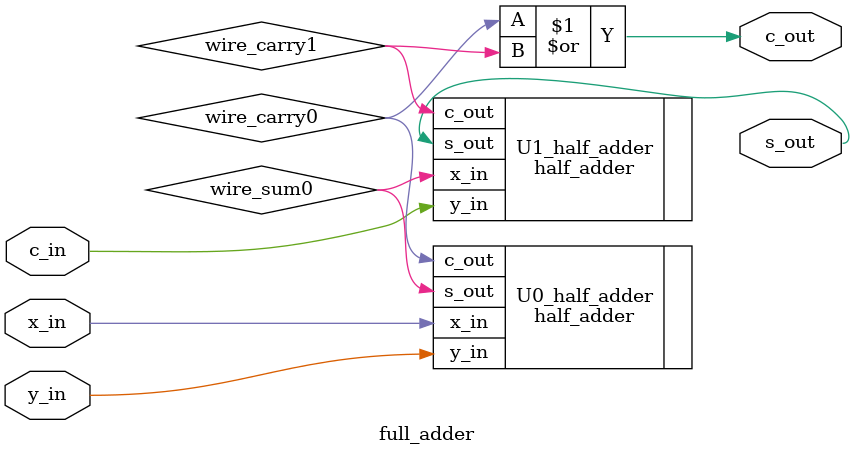
<source format=v>

`timescale 1 ns / 1 ps

module full_adder
(
    //----------------------------------------------------------------
    // Input Ports
    //----------------------------------------------------------------
    input                               x_in,       //  one bit input data
    input                               y_in,       //  one bit input data
    input                               c_in,       //  one bit carry data

    //----------------------------------------------------------------
    // Output Ports
    //----------------------------------------------------------------
    output  wire                        s_out,      //  sum of two input
    output  wire                        c_out       //  carry of two input
);

//----------------------------------------------------------------
// internal variables declaration
//----------------------------------------------------------------
wire    wire_sum0;
wire    wire_carry0;
wire    wire_carry1;

//----------------------------------------------------------------
// submodule instantiation
//----------------------------------------------------------------
half_adder U0_half_adder (
    .x_in       ( x_in          ),
    .y_in       ( y_in          ),
    .s_out      ( wire_sum0     ),
    .c_out      ( wire_carry0   )
);

half_adder U1_half_adder (
    .x_in       ( wire_sum0     ),
    .y_in       ( c_in          ),
    .s_out      ( s_out         ),
    .c_out      ( wire_carry1   )
);

//----------------------------------------------------------------
// code for operation start
//----------------------------------------------------------------

//  output port
assign  c_out   =   ( wire_carry0 | wire_carry1 );

endmodule

</source>
